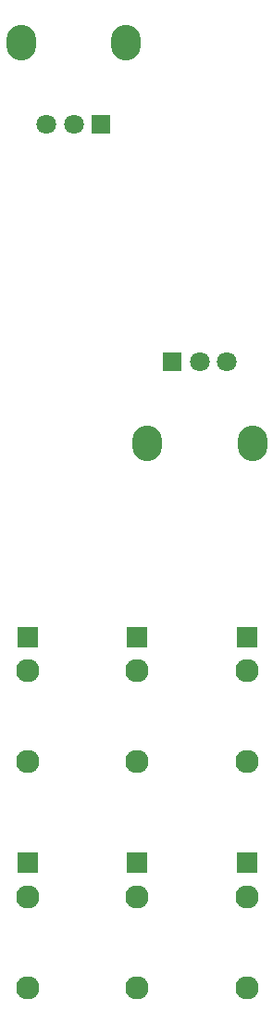
<source format=gbr>
%TF.GenerationSoftware,KiCad,Pcbnew,7.0.1*%
%TF.CreationDate,2023-04-20T06:23:29-07:00*%
%TF.ProjectId,wissystem_vca1,77697373-7973-4746-956d-5f766361312e,rev?*%
%TF.SameCoordinates,Original*%
%TF.FileFunction,Soldermask,Bot*%
%TF.FilePolarity,Negative*%
%FSLAX46Y46*%
G04 Gerber Fmt 4.6, Leading zero omitted, Abs format (unit mm)*
G04 Created by KiCad (PCBNEW 7.0.1) date 2023-04-20 06:23:29*
%MOMM*%
%LPD*%
G01*
G04 APERTURE LIST*
%ADD10O,2.720000X3.240000*%
%ADD11R,1.800000X1.800000*%
%ADD12C,1.800000*%
%ADD13R,1.930000X1.830000*%
%ADD14C,2.130000*%
G04 APERTURE END LIST*
D10*
%TO.C,RV4*%
X34224000Y-42385600D03*
X24624000Y-42385600D03*
D11*
X31924000Y-49885600D03*
D12*
X29424000Y-49885600D03*
X26924000Y-49885600D03*
%TD*%
D13*
%TO.C,J_OUT1*%
X25196800Y-96651600D03*
D14*
X25196800Y-108051600D03*
X25196800Y-99751600D03*
%TD*%
%TO.C,J_CV2*%
X35229800Y-120408400D03*
X35229800Y-128708400D03*
D13*
X35229800Y-117308400D03*
%TD*%
%TO.C,J_OUT2*%
X25196800Y-117308400D03*
D14*
X25196800Y-128708400D03*
X25196800Y-120408400D03*
%TD*%
D13*
%TO.C,J_SIG3*%
X45262800Y-117308400D03*
D14*
X45262800Y-128708400D03*
X45262800Y-120408400D03*
%TD*%
%TO.C,J_CV1*%
X35229800Y-99751600D03*
X35229800Y-108051600D03*
D13*
X35229800Y-96651600D03*
%TD*%
D10*
%TO.C,RV1*%
X36144800Y-79026400D03*
X45744800Y-79026400D03*
D11*
X38444800Y-71526400D03*
D12*
X40944800Y-71526400D03*
X43444800Y-71526400D03*
%TD*%
D13*
%TO.C,J_SIG1*%
X45262800Y-96651600D03*
D14*
X45262800Y-108051600D03*
X45262800Y-99751600D03*
%TD*%
M02*

</source>
